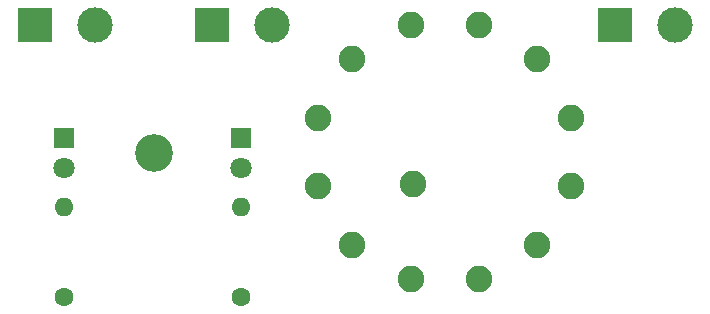
<source format=gts>
%TF.GenerationSoftware,KiCad,Pcbnew,9.0.0+dfsg-1*%
%TF.CreationDate,2025-03-19T00:38:02+01:00*%
%TF.ProjectId,control-matrix-2,636f6e74-726f-46c2-9d6d-61747269782d,1.0*%
%TF.SameCoordinates,Original*%
%TF.FileFunction,Soldermask,Top*%
%TF.FilePolarity,Negative*%
%FSLAX46Y46*%
G04 Gerber Fmt 4.6, Leading zero omitted, Abs format (unit mm)*
G04 Created by KiCad (PCBNEW 9.0.0+dfsg-1) date 2025-03-19 00:38:02*
%MOMM*%
%LPD*%
G01*
G04 APERTURE LIST*
%ADD10C,2.250000*%
%ADD11C,1.600000*%
%ADD12O,1.600000X1.600000*%
%ADD13R,1.800000X1.800000*%
%ADD14C,1.800000*%
%ADD15C,3.200000*%
%ADD16R,3.000000X3.000000*%
%ADD17C,3.000000*%
G04 APERTURE END LIST*
D10*
%TO.C,SW1*%
X94754220Y-105600000D03*
X89778230Y-102727110D03*
X86905330Y-97751110D03*
X86905330Y-92005330D03*
X89778230Y-87029340D03*
X94754220Y-84156450D03*
X100500000Y-84156450D03*
X105476000Y-87029340D03*
X108348890Y-92005329D03*
X108348890Y-97751110D03*
X105476000Y-102727110D03*
X100500000Y-105600000D03*
X94904750Y-97600580D03*
%TD*%
D11*
%TO.C,R2*%
X80400000Y-107170000D03*
D12*
X80400000Y-99550000D03*
%TD*%
D13*
%TO.C,D2*%
X80400000Y-93730000D03*
D14*
X80400000Y-96270000D03*
%TD*%
D15*
%TO.C,H1*%
X73000000Y-95000000D03*
%TD*%
D11*
%TO.C,R1*%
X65400000Y-107170000D03*
D12*
X65400000Y-99550000D03*
%TD*%
D13*
%TO.C,D1*%
X65400000Y-93730000D03*
D14*
X65400000Y-96270000D03*
%TD*%
D16*
%TO.C,J1*%
X62900000Y-84170000D03*
D17*
X67980000Y-84170000D03*
%TD*%
D16*
%TO.C,J2*%
X77900000Y-84170000D03*
D17*
X82980000Y-84170000D03*
%TD*%
D16*
%TO.C,J9*%
X112060000Y-84100000D03*
D17*
X117140000Y-84100000D03*
%TD*%
M02*

</source>
